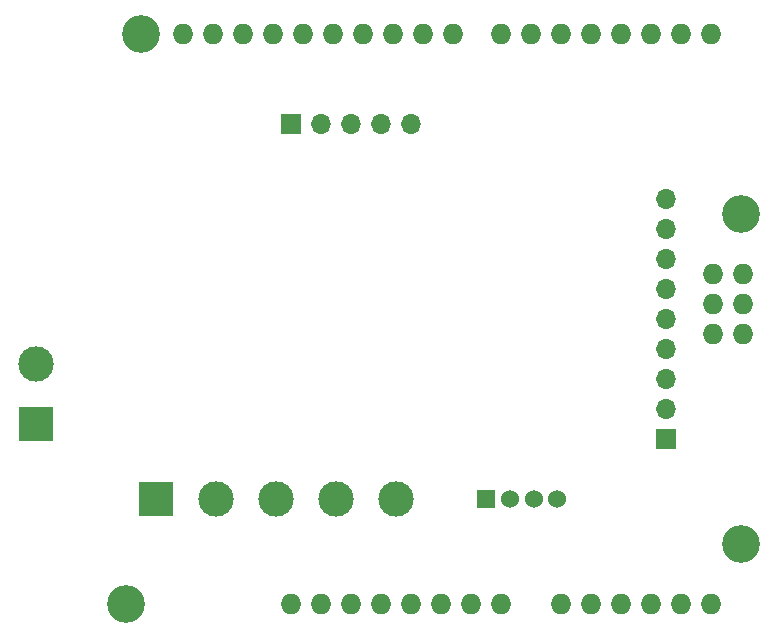
<source format=gbr>
%TF.GenerationSoftware,KiCad,Pcbnew,5.99.0+really5.1.10+dfsg1-1*%
%TF.CreationDate,2021-10-27T10:57:28+02:00*%
%TF.ProjectId,apico_shield,61706963-6f5f-4736-9869-656c642e6b69,rev?*%
%TF.SameCoordinates,Original*%
%TF.FileFunction,Soldermask,Top*%
%TF.FilePolarity,Negative*%
%FSLAX46Y46*%
G04 Gerber Fmt 4.6, Leading zero omitted, Abs format (unit mm)*
G04 Created by KiCad (PCBNEW 5.99.0+really5.1.10+dfsg1-1) date 2021-10-27 10:57:28*
%MOMM*%
%LPD*%
G01*
G04 APERTURE LIST*
%ADD10O,1.727200X1.727200*%
%ADD11C,3.200000*%
%ADD12C,3.000000*%
%ADD13R,3.000000X3.000000*%
%ADD14C,1.524000*%
%ADD15R,1.524000X1.524000*%
%ADD16O,1.700000X1.700000*%
%ADD17R,1.700000X1.700000*%
G04 APERTURE END LIST*
D10*
%TO.C,APICO_UNO1*%
X177927000Y-96520000D03*
X177800000Y-124460000D03*
X175260000Y-124460000D03*
X172720000Y-124460000D03*
X170180000Y-124460000D03*
X167640000Y-124460000D03*
X142240000Y-124460000D03*
X148336000Y-76200000D03*
X145796000Y-76200000D03*
X143256000Y-76200000D03*
X138176000Y-76200000D03*
X135636000Y-76200000D03*
X133096000Y-76200000D03*
D11*
X128270000Y-124460000D03*
X129540000Y-76200000D03*
X180340000Y-91440000D03*
X180340000Y-119380000D03*
D10*
X150876000Y-76200000D03*
X153416000Y-76200000D03*
X155956000Y-76200000D03*
X140716000Y-76200000D03*
X160020000Y-76200000D03*
X162560000Y-76200000D03*
X165100000Y-76200000D03*
X167640000Y-76200000D03*
X170180000Y-76200000D03*
X172720000Y-76200000D03*
X175260000Y-76200000D03*
X177800000Y-76200000D03*
X144780000Y-124460000D03*
X147320000Y-124460000D03*
X149860000Y-124460000D03*
X152400000Y-124460000D03*
X154940000Y-124460000D03*
X157480000Y-124460000D03*
X160020000Y-124460000D03*
X165100000Y-124460000D03*
X180467000Y-96520000D03*
X177927000Y-99060000D03*
X180467000Y-99060000D03*
X180467000Y-101600000D03*
X177927000Y-101600000D03*
%TD*%
D12*
%TO.C,C3*%
X120650000Y-104140000D03*
D13*
X120650000Y-109220000D03*
%TD*%
D12*
%TO.C,C2*%
X151130000Y-115570000D03*
X146050000Y-115570000D03*
D13*
X130810000Y-115570000D03*
D12*
X140970000Y-115570000D03*
X135890000Y-115570000D03*
%TD*%
D14*
%TO.C,C1*%
X164750000Y-115570000D03*
X162750000Y-115570000D03*
X160750000Y-115570000D03*
D15*
X158750000Y-115570000D03*
%TD*%
D16*
%TO.C,b1*%
X173990000Y-90170000D03*
X173990000Y-92710000D03*
X173990000Y-95250000D03*
X173990000Y-97790000D03*
X173990000Y-100330000D03*
X173990000Y-102870000D03*
X173990000Y-105410000D03*
X173990000Y-107950000D03*
D17*
X173990000Y-110490000D03*
%TD*%
D16*
%TO.C,b2*%
X152400000Y-83820000D03*
X149860000Y-83820000D03*
X147320000Y-83820000D03*
X144780000Y-83820000D03*
D17*
X142240000Y-83820000D03*
%TD*%
M02*

</source>
